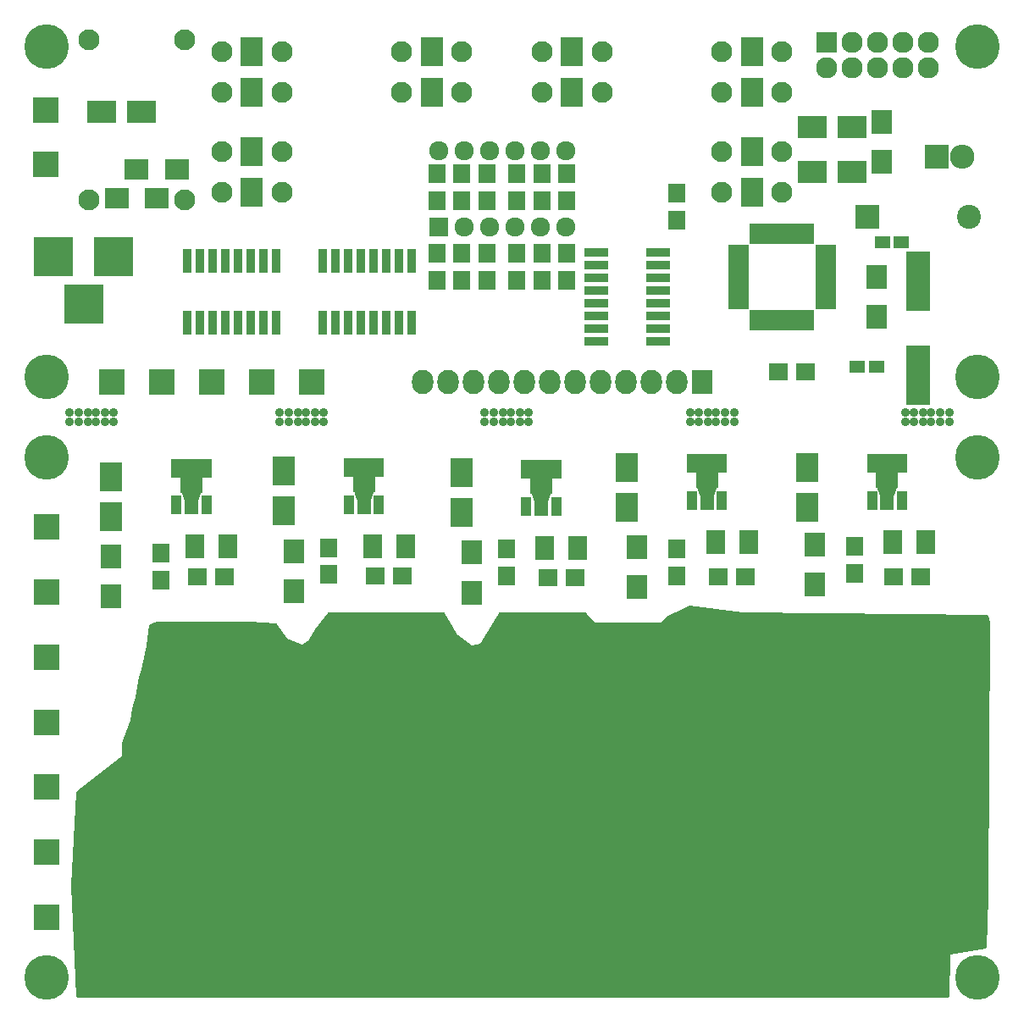
<source format=gbs>
G04 #@! TF.FileFunction,Soldermask,Bot*
%FSLAX46Y46*%
G04 Gerber Fmt 4.6, Leading zero omitted, Abs format (unit mm)*
G04 Created by KiCad (PCBNEW 4.0.7) date Sat Oct  7 11:25:55 2017*
%MOMM*%
%LPD*%
G01*
G04 APERTURE LIST*
%ADD10C,0.100000*%
%ADD11R,1.924000X2.432000*%
%ADD12R,2.635200X2.635200*%
%ADD13R,2.100000X2.400000*%
%ADD14R,1.600000X1.150000*%
%ADD15R,2.000000X2.400000*%
%ADD16R,2.200860X2.899360*%
%ADD17C,2.398980*%
%ADD18R,2.398980X2.398980*%
%ADD19R,2.899360X2.200860*%
%ADD20R,3.900120X3.900120*%
%ADD21R,2.127200X2.432000*%
%ADD22O,2.127200X2.432000*%
%ADD23R,2.127200X2.127200*%
%ADD24O,2.127200X2.127200*%
%ADD25R,2.432000X2.432000*%
%ADD26O,2.432000X2.432000*%
%ADD27R,1.700000X1.900000*%
%ADD28R,1.900000X1.700000*%
%ADD29C,2.100000*%
%ADD30R,1.100000X1.900000*%
%ADD31R,1.101000X1.900000*%
%ADD32R,1.400000X1.900000*%
%ADD33R,2.200000X3.425000*%
%ADD34R,0.950000X2.400000*%
%ADD35C,1.924000*%
%ADD36R,1.924000X1.924000*%
%ADD37R,2.400000X0.950000*%
%ADD38R,2.398980X5.899100*%
%ADD39R,2.100000X0.900000*%
%ADD40R,0.900000X2.100000*%
%ADD41C,4.464000*%
%ADD42R,2.400000X2.000000*%
%ADD43C,0.900000*%
%ADD44C,0.254000*%
G04 APERTURE END LIST*
D10*
D11*
X48299000Y-83450000D03*
X51601000Y-83450000D03*
X83299000Y-83550000D03*
X86601000Y-83550000D03*
X66049000Y-83400000D03*
X69351000Y-83400000D03*
X100349000Y-83000000D03*
X103651000Y-83000000D03*
X118099000Y-83000000D03*
X121401000Y-83000000D03*
D12*
X33400000Y-39800000D03*
X33500000Y-81500000D03*
D13*
X117000000Y-45000000D03*
X117000000Y-41000000D03*
D14*
X114550000Y-65500000D03*
X116450000Y-65500000D03*
X117050000Y-53000000D03*
X118950000Y-53000000D03*
D15*
X116500000Y-56500000D03*
X116500000Y-60500000D03*
D16*
X39950000Y-76451020D03*
X39950000Y-80448980D03*
D17*
X125660000Y-50502540D03*
D18*
X115500000Y-50502540D03*
D19*
X113998980Y-41500000D03*
X110001020Y-41500000D03*
X113998980Y-46000000D03*
X110001020Y-46000000D03*
D16*
X72000000Y-34001020D03*
X72000000Y-37998980D03*
X86000000Y-34001020D03*
X86000000Y-37998980D03*
X54000000Y-34001020D03*
X54000000Y-37998980D03*
X54000000Y-44001020D03*
X54000000Y-47998980D03*
X104000000Y-34001020D03*
X104000000Y-37998980D03*
X104000000Y-44001020D03*
X104000000Y-47998980D03*
X74950000Y-76051020D03*
X74950000Y-80048980D03*
X57200000Y-75901020D03*
X57200000Y-79898980D03*
X91500000Y-75501020D03*
X91500000Y-79498980D03*
X109500000Y-75501020D03*
X109500000Y-79498980D03*
D12*
X33500000Y-120500000D03*
X33500000Y-114000000D03*
X33500000Y-107500000D03*
X33500000Y-101000000D03*
X33500000Y-94500000D03*
X33400000Y-45200000D03*
X33500000Y-88000000D03*
D20*
X40200140Y-54500000D03*
X34200660Y-54500000D03*
X37200400Y-59199000D03*
D21*
X99000000Y-67000000D03*
D22*
X96460000Y-67000000D03*
X93920000Y-67000000D03*
X91380000Y-67000000D03*
X88840000Y-67000000D03*
X86300000Y-67000000D03*
X83760000Y-67000000D03*
X81220000Y-67000000D03*
X78680000Y-67000000D03*
X76140000Y-67000000D03*
X73600000Y-67000000D03*
X71060000Y-67000000D03*
D23*
X111500000Y-33000000D03*
D24*
X111500000Y-35540000D03*
X114040000Y-33000000D03*
X114040000Y-35540000D03*
X116580000Y-33000000D03*
X116580000Y-35540000D03*
X119120000Y-33000000D03*
X119120000Y-35540000D03*
X121660000Y-33000000D03*
X121660000Y-35540000D03*
D25*
X122500000Y-44500000D03*
D26*
X125040000Y-44500000D03*
D12*
X40000000Y-67000000D03*
X45000000Y-67000000D03*
X50000000Y-67000000D03*
X55000000Y-67000000D03*
X60000000Y-67000000D03*
D13*
X39950000Y-88450000D03*
X39950000Y-84450000D03*
X75950000Y-88050000D03*
X75950000Y-84050000D03*
X58200000Y-87900000D03*
X58200000Y-83900000D03*
X92500000Y-87500000D03*
X92500000Y-83500000D03*
X110250000Y-87250000D03*
X110250000Y-83250000D03*
D27*
X44950000Y-84100000D03*
X44950000Y-86800000D03*
X79450000Y-83700000D03*
X79450000Y-86400000D03*
X61700000Y-86250000D03*
X61700000Y-83550000D03*
X96500000Y-86350000D03*
X96500000Y-83650000D03*
X114250000Y-86100000D03*
X114250000Y-83400000D03*
X96500000Y-50850000D03*
X96500000Y-48150000D03*
D28*
X48600000Y-86450000D03*
X51300000Y-86450000D03*
X106650000Y-66000000D03*
X109350000Y-66000000D03*
X83600000Y-86550000D03*
X86300000Y-86550000D03*
X66350000Y-86400000D03*
X69050000Y-86400000D03*
X100650000Y-86500000D03*
X103350000Y-86500000D03*
X118150000Y-86500000D03*
X120850000Y-86500000D03*
D27*
X72500000Y-54150000D03*
X72500000Y-56850000D03*
X83000000Y-54150000D03*
X83000000Y-56850000D03*
X85500000Y-46150000D03*
X85500000Y-48850000D03*
X80500000Y-54150000D03*
X80500000Y-56850000D03*
X77500000Y-54150000D03*
X77500000Y-56850000D03*
X80500000Y-46150000D03*
X80500000Y-48850000D03*
X75000000Y-46150000D03*
X75000000Y-48850000D03*
X75000000Y-54150000D03*
X75000000Y-56850000D03*
X85500000Y-54150000D03*
X85500000Y-56850000D03*
X83000000Y-46150000D03*
X83000000Y-48850000D03*
X77500000Y-46150000D03*
X77500000Y-48850000D03*
X72500000Y-46150000D03*
X72500000Y-48850000D03*
D29*
X57000000Y-38000000D03*
X51000000Y-38000000D03*
X57000000Y-34000000D03*
X51000000Y-34000000D03*
X57000000Y-48000000D03*
X51000000Y-48000000D03*
X57000000Y-44000000D03*
X51000000Y-44000000D03*
X107000000Y-38000000D03*
X101000000Y-38000000D03*
X107000000Y-34000000D03*
X101000000Y-34000000D03*
X107000000Y-48000000D03*
X101000000Y-48000000D03*
X107000000Y-44000000D03*
X101000000Y-44000000D03*
X75000000Y-38000000D03*
X69000000Y-38000000D03*
X75000000Y-34000000D03*
X69000000Y-34000000D03*
X89000000Y-38000000D03*
X83000000Y-38000000D03*
X89000000Y-34000000D03*
X83000000Y-34000000D03*
D30*
X49450000Y-75590000D03*
X46450000Y-75590000D03*
D31*
X49450000Y-79300000D03*
D32*
X47950000Y-79300000D03*
D30*
X46450000Y-79300000D03*
D33*
X47950000Y-76355000D03*
D10*
G36*
X47250000Y-78810000D02*
X46850000Y-77650000D01*
X49050000Y-77650000D01*
X48650000Y-78810000D01*
X47250000Y-78810000D01*
X47250000Y-78810000D01*
G37*
D29*
X37750000Y-32750000D03*
X37750000Y-48750000D03*
X47250000Y-32750000D03*
X47250000Y-48750000D03*
D34*
X56445000Y-61100000D03*
X55175000Y-61100000D03*
X53905000Y-61100000D03*
X52635000Y-61100000D03*
X51365000Y-61100000D03*
X50095000Y-61100000D03*
X48825000Y-61100000D03*
X47555000Y-61100000D03*
X47555000Y-54900000D03*
X48825000Y-54900000D03*
X50095000Y-54900000D03*
X51365000Y-54900000D03*
X52635000Y-54900000D03*
X53905000Y-54900000D03*
X55175000Y-54900000D03*
X56445000Y-54900000D03*
D35*
X77730000Y-43920000D03*
X75190000Y-43920000D03*
X72650000Y-43920000D03*
X80270000Y-43920000D03*
X82810000Y-43920000D03*
X85350000Y-43920000D03*
D36*
X72650000Y-51540000D03*
D35*
X75190000Y-51540000D03*
X77730000Y-51540000D03*
X80270000Y-51540000D03*
X82810000Y-51540000D03*
X85350000Y-51540000D03*
D37*
X94600000Y-54055000D03*
X94600000Y-55325000D03*
X94600000Y-56595000D03*
X94600000Y-57865000D03*
X94600000Y-59135000D03*
X94600000Y-60405000D03*
X94600000Y-61675000D03*
X94600000Y-62945000D03*
X88400000Y-62945000D03*
X88400000Y-61675000D03*
X88400000Y-60405000D03*
X88400000Y-59135000D03*
X88400000Y-57865000D03*
X88400000Y-56595000D03*
X88400000Y-55325000D03*
X88400000Y-54055000D03*
D34*
X69945000Y-61100000D03*
X68675000Y-61100000D03*
X67405000Y-61100000D03*
X66135000Y-61100000D03*
X64865000Y-61100000D03*
X63595000Y-61100000D03*
X62325000Y-61100000D03*
X61055000Y-61100000D03*
X61055000Y-54900000D03*
X62325000Y-54900000D03*
X63595000Y-54900000D03*
X64865000Y-54900000D03*
X66135000Y-54900000D03*
X67405000Y-54900000D03*
X68675000Y-54900000D03*
X69945000Y-54900000D03*
D30*
X84450000Y-75690000D03*
X81450000Y-75690000D03*
D31*
X84450000Y-79400000D03*
D32*
X82950000Y-79400000D03*
D30*
X81450000Y-79400000D03*
D33*
X82950000Y-76455000D03*
D10*
G36*
X82250000Y-78910000D02*
X81850000Y-77750000D01*
X84050000Y-77750000D01*
X83650000Y-78910000D01*
X82250000Y-78910000D01*
X82250000Y-78910000D01*
G37*
D30*
X66700000Y-75540000D03*
X63700000Y-75540000D03*
D31*
X66700000Y-79250000D03*
D32*
X65200000Y-79250000D03*
D30*
X63700000Y-79250000D03*
D33*
X65200000Y-76305000D03*
D10*
G36*
X64500000Y-78760000D02*
X64100000Y-77600000D01*
X66300000Y-77600000D01*
X65900000Y-78760000D01*
X64500000Y-78760000D01*
X64500000Y-78760000D01*
G37*
D30*
X101000000Y-75140000D03*
X98000000Y-75140000D03*
D31*
X101000000Y-78850000D03*
D32*
X99500000Y-78850000D03*
D30*
X98000000Y-78850000D03*
D33*
X99500000Y-75905000D03*
D10*
G36*
X98800000Y-78360000D02*
X98400000Y-77200000D01*
X100600000Y-77200000D01*
X100200000Y-78360000D01*
X98800000Y-78360000D01*
X98800000Y-78360000D01*
G37*
D30*
X119000000Y-75140000D03*
X116000000Y-75140000D03*
D31*
X119000000Y-78850000D03*
D32*
X117500000Y-78850000D03*
D30*
X116000000Y-78850000D03*
D33*
X117500000Y-75905000D03*
D10*
G36*
X116800000Y-78360000D02*
X116400000Y-77200000D01*
X118600000Y-77200000D01*
X118200000Y-78360000D01*
X116800000Y-78360000D01*
X116800000Y-78360000D01*
G37*
D38*
X120600000Y-66299000D03*
X120600000Y-56901000D03*
D39*
X102650000Y-59300000D03*
X102650000Y-58500000D03*
X102650000Y-57700000D03*
X102650000Y-56900000D03*
X102650000Y-56100000D03*
X102650000Y-55300000D03*
X102650000Y-54500000D03*
X102650000Y-53700000D03*
D40*
X104200000Y-52150000D03*
X105000000Y-52150000D03*
X105800000Y-52150000D03*
X106600000Y-52150000D03*
X107400000Y-52150000D03*
X108200000Y-52150000D03*
X109000000Y-52150000D03*
X109800000Y-52150000D03*
D39*
X111350000Y-53700000D03*
X111350000Y-54500000D03*
X111350000Y-55300000D03*
X111350000Y-56100000D03*
X111350000Y-56900000D03*
X111350000Y-57700000D03*
X111350000Y-58500000D03*
X111350000Y-59300000D03*
D40*
X109800000Y-60850000D03*
X109000000Y-60850000D03*
X108200000Y-60850000D03*
X107400000Y-60850000D03*
X106600000Y-60850000D03*
X105800000Y-60850000D03*
X105000000Y-60850000D03*
X104200000Y-60850000D03*
D41*
X33500000Y-33500000D03*
X33500000Y-66500000D03*
X126500000Y-33500000D03*
X126500000Y-66500000D03*
X126500000Y-126500000D03*
X126500000Y-74500000D03*
X33500000Y-126500000D03*
X33500000Y-74500000D03*
D19*
X42998980Y-40000000D03*
X39001020Y-40000000D03*
D42*
X40500000Y-48600000D03*
X44500000Y-48600000D03*
X42500000Y-45700000D03*
X46500000Y-45700000D03*
D43*
X35800000Y-70000000D03*
X35800000Y-71000000D03*
X36700000Y-70000000D03*
X37600000Y-70000000D03*
X38400000Y-70000000D03*
X39300000Y-70000000D03*
X40200000Y-70000000D03*
X36700000Y-71000000D03*
X37600000Y-71000000D03*
X38400000Y-71000000D03*
X39300000Y-71000000D03*
X40200000Y-71000000D03*
X119300000Y-70000000D03*
X119300000Y-71000000D03*
X120200000Y-70000000D03*
X121100000Y-70000000D03*
X121900000Y-70000000D03*
X122800000Y-70000000D03*
X123700000Y-70000000D03*
X120200000Y-71000000D03*
X121100000Y-71000000D03*
X121900000Y-71000000D03*
X122800000Y-71000000D03*
X123700000Y-71000000D03*
X77300000Y-70000000D03*
X77300000Y-71000000D03*
X78200000Y-70000000D03*
X79100000Y-70000000D03*
X79900000Y-70000000D03*
X80800000Y-70000000D03*
X81700000Y-70000000D03*
X78200000Y-71000000D03*
X79100000Y-71000000D03*
X79900000Y-71000000D03*
X80800000Y-71000000D03*
X81700000Y-71000000D03*
X56800000Y-70000000D03*
X56800000Y-71000000D03*
X57700000Y-70000000D03*
X58600000Y-70000000D03*
X59400000Y-70000000D03*
X60300000Y-70000000D03*
X61200000Y-70000000D03*
X57700000Y-71000000D03*
X58600000Y-71000000D03*
X59400000Y-71000000D03*
X60300000Y-71000000D03*
X61200000Y-71000000D03*
X97800000Y-70000000D03*
X97800000Y-71000000D03*
X98700000Y-70000000D03*
X99600000Y-70000000D03*
X100400000Y-70000000D03*
X101300000Y-70000000D03*
X102200000Y-70000000D03*
X98700000Y-71000000D03*
X99600000Y-71000000D03*
X100400000Y-71000000D03*
X101300000Y-71000000D03*
X102200000Y-71000000D03*
D44*
G36*
X102983371Y-90125907D02*
X102998968Y-90126996D01*
X127497329Y-90326170D01*
X127627681Y-90929488D01*
X127647896Y-90975670D01*
X127672281Y-90998782D01*
X127473018Y-118497075D01*
X127277149Y-123491723D01*
X123779121Y-124074728D01*
X123732028Y-124092721D01*
X123695646Y-124127617D01*
X123673034Y-124197047D01*
X123575919Y-128373000D01*
X36521457Y-128373000D01*
X36027151Y-117300541D01*
X36523723Y-107964981D01*
X41077534Y-104454752D01*
X41110559Y-104416662D01*
X41127000Y-104354167D01*
X41127000Y-103021998D01*
X41916211Y-100812207D01*
X41921732Y-100791252D01*
X42124039Y-99627989D01*
X42448847Y-98461633D01*
X42451401Y-98450570D01*
X42823792Y-96429016D01*
X43022114Y-95734890D01*
X43024331Y-95725902D01*
X43524331Y-93325902D01*
X43525724Y-93317961D01*
X43815078Y-91292482D01*
X44523030Y-91027000D01*
X53795122Y-91027000D01*
X56332089Y-91222151D01*
X57397587Y-92675103D01*
X57452833Y-92717917D01*
X58952833Y-93317917D01*
X59002426Y-93326977D01*
X59065341Y-93308902D01*
X59565341Y-93008902D01*
X59608161Y-92966560D01*
X60403809Y-91673632D01*
X61660448Y-90127000D01*
X73128627Y-90127000D01*
X74491517Y-92366033D01*
X74526183Y-92403344D01*
X75926183Y-93403344D01*
X75972205Y-93423921D01*
X76030802Y-93423208D01*
X76830802Y-93223208D01*
X76876310Y-93201517D01*
X76908280Y-93166365D01*
X78771117Y-90127000D01*
X87247394Y-90127000D01*
X88210197Y-91089803D01*
X88252211Y-91117666D01*
X88300000Y-91127000D01*
X94900000Y-91127000D01*
X94949410Y-91116994D01*
X94989803Y-91089803D01*
X95674344Y-90405262D01*
X97720650Y-89430831D01*
X102983371Y-90125907D01*
X102983371Y-90125907D01*
G37*
X102983371Y-90125907D02*
X102998968Y-90126996D01*
X127497329Y-90326170D01*
X127627681Y-90929488D01*
X127647896Y-90975670D01*
X127672281Y-90998782D01*
X127473018Y-118497075D01*
X127277149Y-123491723D01*
X123779121Y-124074728D01*
X123732028Y-124092721D01*
X123695646Y-124127617D01*
X123673034Y-124197047D01*
X123575919Y-128373000D01*
X36521457Y-128373000D01*
X36027151Y-117300541D01*
X36523723Y-107964981D01*
X41077534Y-104454752D01*
X41110559Y-104416662D01*
X41127000Y-104354167D01*
X41127000Y-103021998D01*
X41916211Y-100812207D01*
X41921732Y-100791252D01*
X42124039Y-99627989D01*
X42448847Y-98461633D01*
X42451401Y-98450570D01*
X42823792Y-96429016D01*
X43022114Y-95734890D01*
X43024331Y-95725902D01*
X43524331Y-93325902D01*
X43525724Y-93317961D01*
X43815078Y-91292482D01*
X44523030Y-91027000D01*
X53795122Y-91027000D01*
X56332089Y-91222151D01*
X57397587Y-92675103D01*
X57452833Y-92717917D01*
X58952833Y-93317917D01*
X59002426Y-93326977D01*
X59065341Y-93308902D01*
X59565341Y-93008902D01*
X59608161Y-92966560D01*
X60403809Y-91673632D01*
X61660448Y-90127000D01*
X73128627Y-90127000D01*
X74491517Y-92366033D01*
X74526183Y-92403344D01*
X75926183Y-93403344D01*
X75972205Y-93423921D01*
X76030802Y-93423208D01*
X76830802Y-93223208D01*
X76876310Y-93201517D01*
X76908280Y-93166365D01*
X78771117Y-90127000D01*
X87247394Y-90127000D01*
X88210197Y-91089803D01*
X88252211Y-91117666D01*
X88300000Y-91127000D01*
X94900000Y-91127000D01*
X94949410Y-91116994D01*
X94989803Y-91089803D01*
X95674344Y-90405262D01*
X97720650Y-89430831D01*
X102983371Y-90125907D01*
M02*

</source>
